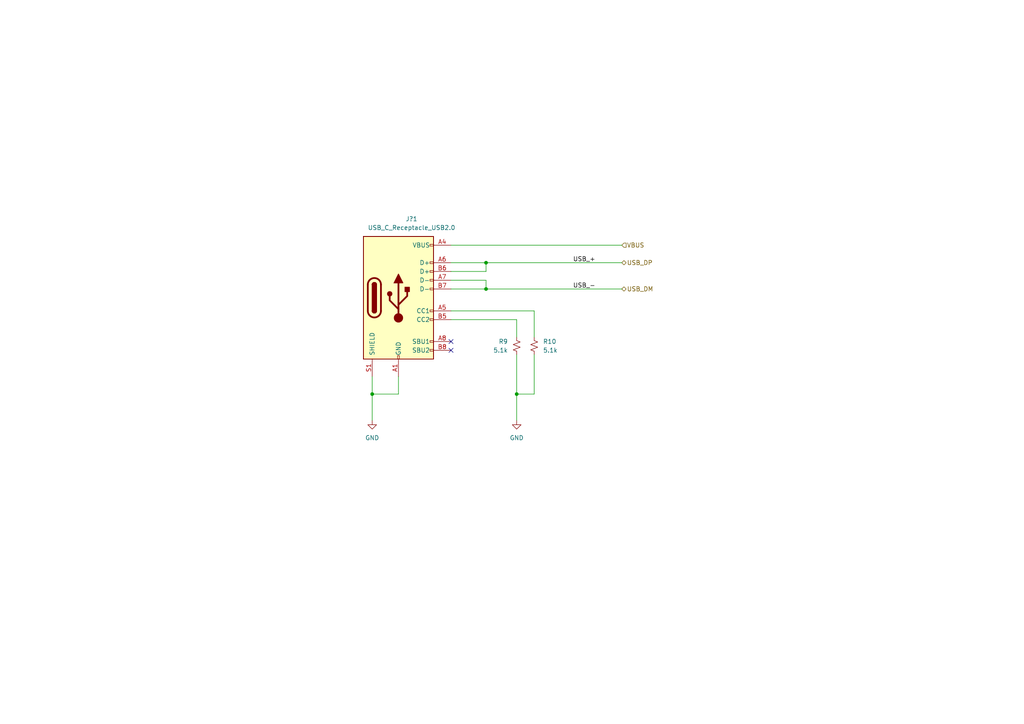
<source format=kicad_sch>
(kicad_sch (version 20210126) (generator eeschema)
  (paper "A4")
  (lib_symbols
    (symbol "Device:R_Small_US" (pin_numbers hide) (pin_names (offset 0.254) hide)
      (property "Reference" "R" (at 0.762 0.508 0))
      (property "Value" "R_Small_US" (at 0.762 -1.016 0))
      (symbol "R_Small_US_1_1"
        (polyline (pts (xy 0 0) (xy 1.016 -0.381) (xy 0 -0.762) (xy -1.016 -1.143) (xy 0 -1.524)))
        (polyline (pts (xy 0 1.524) (xy 1.016 1.143) (xy 0 0.762) (xy -1.016 0.381) (xy 0 0)))
        (pin passive line (at 0 2.54 270) (length 1.016) (name "~") (number "1"))
        (pin passive line (at 0 -2.54 90) (length 1.016) (name "~") (number "2"))
      )
    )
    (symbol "power:GND" (power) (pin_names (offset 0))
      (property "Value" "GND" (at 0 -3.81 0))
      (symbol "GND_0_1"
        (polyline (pts (xy 0 0) (xy 0 -1.27) (xy 1.27 -1.27) (xy 0 -2.54) (xy -1.27 -1.27) (xy 0 -1.27)))
      )
      (symbol "GND_1_1"
        (pin power_in line (at 0 0 270) (length 0) hide (name "GND") (number "1"))
      )
    )
    (symbol "usb_c_receptacle_usb2.0:USB_C_Receptacle_USB2.0" (pin_names (offset 1.016))
      (property "Reference" "J?" (at 3.81 21.59 0))
      (property "Value" "USB_C_Receptacle_USB2.0" (at 3.81 19.05 0))
      (symbol "USB_C_Receptacle_USB2.0_0_0"
        (rectangle (start -0.254 -17.78) (end 0.254 -16.764))
        (rectangle (start 10.16 -14.986) (end 9.144 -15.494))
        (rectangle (start 10.16 -12.446) (end 9.144 -12.954))
        (rectangle (start 10.16 2.794) (end 9.144 2.286))
        (rectangle (start 10.16 5.334) (end 9.144 4.826))
        (rectangle (start 10.16 7.874) (end 9.144 7.366))
        (rectangle (start 10.16 10.414) (end 9.144 9.906))
        (rectangle (start 10.16 -6.096) (end 9.144 -6.604))
        (rectangle (start 10.16 -3.556) (end 9.144 -4.064))
        (rectangle (start 10.16 15.494) (end 9.144 14.986))
      )
      (symbol "USB_C_Receptacle_USB2.0_0_1"
        (arc (start -8.89 -3.81) (end -5.08 -3.81) (radius (at -6.985 -3.81) (length 1.905) (angles -179.9 -0.1)) (stroke (width 0.508)))
        (arc (start -7.62 -3.81) (end -6.35 -3.81) (radius (at -6.985 -3.81) (length 0.635) (angles -179.9 -0.1)) (stroke (width 0.254)))
        (arc (start -7.62 -3.81) (end -6.35 -3.81) (radius (at -6.985 -3.81) (length 0.635) (angles -179.9 -0.1)) (stroke (width 0.254)) (fill (type outline)))
        (arc (start -6.35 3.81) (end -7.62 3.81) (radius (at -6.985 3.81) (length 0.635) (angles 0.1 179.9)) (stroke (width 0.254)) (fill (type outline)))
        (arc (start -6.35 3.81) (end -7.62 3.81) (radius (at -6.985 3.81) (length 0.635) (angles 0.1 179.9)) (stroke (width 0.254)))
        (arc (start -5.08 3.81) (end -8.89 3.81) (radius (at -6.985 3.81) (length 1.905) (angles 0.1 179.9)) (stroke (width 0.508)))
        (circle (center -2.54 1.143) (radius 0.635) (stroke (width 0.254)) (fill (type outline)))
        (circle (center 0 -5.842) (radius 1.27) (fill (type outline)))
        (rectangle (start -10.16 17.78) (end 10.16 -17.78) (stroke (width 0.254)) (fill (type background)))
        (rectangle (start -7.62 -3.81) (end -6.35 3.81) (stroke (width 0.254)) (fill (type outline)))
        (rectangle (start 1.905 1.778) (end 3.175 3.048) (stroke (width 0.254)) (fill (type outline)))
        (polyline (pts (xy -8.89 -3.81) (xy -8.89 3.81)) (stroke (width 0.508)))
        (polyline (pts (xy -5.08 3.81) (xy -5.08 -3.81)) (stroke (width 0.508)))
        (polyline (pts (xy 0 -5.842) (xy 0 4.318)) (stroke (width 0.508)))
        (polyline (pts (xy 0 -3.302) (xy -2.54 -0.762) (xy -2.54 0.508)) (stroke (width 0.508)))
        (polyline (pts (xy 0 -2.032) (xy 2.54 0.508) (xy 2.54 1.778)) (stroke (width 0.508)))
        (polyline (pts (xy -1.27 4.318) (xy 0 6.858) (xy 1.27 4.318) (xy -1.27 4.318)) (stroke (width 0.254)) (fill (type outline)))
      )
      (symbol "USB_C_Receptacle_USB2.0_1_1"
        (pin passive line (at 0 -22.86 90) (length 5.08) (name "GND") (number "A1"))
        (pin passive line (at 0 -22.86 90) (length 5.08) hide (name "GND") (number "A12"))
        (pin passive line (at 15.24 15.24 180) (length 5.08) (name "VBUS") (number "A4"))
        (pin bidirectional line (at 15.24 -3.81 180) (length 5.08) (name "CC1") (number "A5"))
        (pin bidirectional line (at 15.24 10.16 180) (length 5.08) (name "D+") (number "A6"))
        (pin bidirectional line (at 15.24 5.08 180) (length 5.08) (name "D-") (number "A7"))
        (pin bidirectional line (at 15.24 -12.7 180) (length 5.08) (name "SBU1") (number "A8"))
        (pin passive line (at 15.24 15.24 180) (length 5.08) hide (name "VBUS") (number "A9"))
        (pin passive line (at 0 -22.86 90) (length 5.08) hide (name "GND") (number "B1"))
        (pin passive line (at 0 -22.86 90) (length 5.08) hide (name "GND") (number "B12"))
        (pin passive line (at 15.24 15.24 180) (length 5.08) hide (name "VBUS") (number "B4"))
        (pin bidirectional line (at 15.24 -6.35 180) (length 5.08) (name "CC2") (number "B5"))
        (pin bidirectional line (at 15.24 7.62 180) (length 5.08) (name "D+") (number "B6"))
        (pin bidirectional line (at 15.24 2.54 180) (length 5.08) (name "D-") (number "B7"))
        (pin bidirectional line (at 15.24 -15.24 180) (length 5.08) (name "SBU2") (number "B8"))
        (pin passive line (at 15.24 15.24 180) (length 5.08) hide (name "VBUS") (number "B9"))
        (pin passive line (at -7.62 -22.86 90) (length 5.08) (name "SHIELD") (number "S1"))
      )
    )
  )
  (junction (at 107.95 114.3) (diameter 0.9144))
  (junction (at 140.97 76.2) (diameter 0.9144))
  (junction (at 140.97 83.82) (diameter 0.9144))
  (junction (at 149.86 114.3) (diameter 0.9144))
  (no_connect (at 130.81 99.06))
  (no_connect (at 130.81 101.6))
  (wire (pts (xy 107.95 109.22) (xy 107.95 114.3)))
  (wire (pts (xy 107.95 114.3) (xy 107.95 121.92)))
  (wire (pts (xy 115.57 109.22) (xy 115.57 114.3)))
  (wire (pts (xy 115.57 114.3) (xy 107.95 114.3)))
  (wire (pts (xy 130.81 71.12) (xy 180.34 71.12)))
  (wire (pts (xy 130.81 76.2) (xy 140.97 76.2)))
  (wire (pts (xy 130.81 78.74) (xy 140.97 78.74)))
  (wire (pts (xy 130.81 81.28) (xy 140.97 81.28)))
  (wire (pts (xy 130.81 83.82) (xy 140.97 83.82)))
  (wire (pts (xy 130.81 90.17) (xy 154.94 90.17)))
  (wire (pts (xy 130.81 92.71) (xy 149.86 92.71)))
  (wire (pts (xy 140.97 76.2) (xy 140.97 78.74)))
  (wire (pts (xy 140.97 76.2) (xy 180.34 76.2)))
  (wire (pts (xy 140.97 81.28) (xy 140.97 83.82)))
  (wire (pts (xy 140.97 83.82) (xy 180.34 83.82)))
  (wire (pts (xy 149.86 92.71) (xy 149.86 97.79)))
  (wire (pts (xy 149.86 102.87) (xy 149.86 114.3)))
  (wire (pts (xy 149.86 114.3) (xy 149.86 121.92)))
  (wire (pts (xy 154.94 90.17) (xy 154.94 97.79)))
  (wire (pts (xy 154.94 102.87) (xy 154.94 114.3)))
  (wire (pts (xy 154.94 114.3) (xy 149.86 114.3)))
  (label "USB_+" (at 172.72 76.2 180))
  (label "USB_-" (at 172.72 83.82 180))
  (hierarchical_label "VBUS" (shape input) (at 180.34 71.12 0))
  (hierarchical_label "USB_DP" (shape bidirectional) (at 180.34 76.2 0))
  (hierarchical_label "USB_DM" (shape bidirectional) (at 180.34 83.82 0))
  (symbol (lib_id "power:GND") (at 107.95 121.92 0) (unit 1)
    (property "Reference" "#PWR0122" (effects hide))
    (property "Value" "GND" (at 107.95 127 0))
  )
  (symbol (lib_id "power:GND") (at 149.86 121.92 0) (unit 1)
    (property "Reference" "#PWR0121" (effects hide))
    (property "Value" "GND" (at 149.86 127 0))
  )
  (symbol (lib_id "Device:R_Small_US") (at 149.86 100.33 0) (unit 1)
    (property "Reference" "R9" (at 147.32 99.06 0) (effects (justify right)))
    (property "Value" "5.1k" (at 147.32 101.6 0) (effects (justify right)))
    (property "Footprint" "Resistor_SMD:R_0603_1608Metric_Pad0.98x0.95mm_HandSolder" (effects hide))
  )
  (symbol (lib_id "Device:R_Small_US") (at 154.94 100.33 0) (unit 1)
    (property "Reference" "R10" (at 157.48 99.06 0) (effects (justify left)))
    (property "Value" "5.1k" (at 157.48 101.6 0) (effects (justify left)))
    (property "Footprint" "Resistor_SMD:R_0603_1608Metric_Pad0.98x0.95mm_HandSolder" (effects hide))
  )
  (symbol (lib_id "usb_c_receptacle_usb2.0:USB_C_Receptacle_USB2.0") (at 115.57 86.36 0) (unit 1)
    (property "Reference" "J?1" (at 119.38 63.5 0))
    (property "Value" "USB_C_Receptacle_USB2.0" (at 119.38 66.04 0))
    (property "Footprint" "USB4085-GF-A:GCT_USB4085-GF-A_REVA" (effects hide))
    (property "Datasheet" "https://www.usb.org/sites/default/files/documents/usb_type-c.zip" (effects hide))
  )
)
</source>
